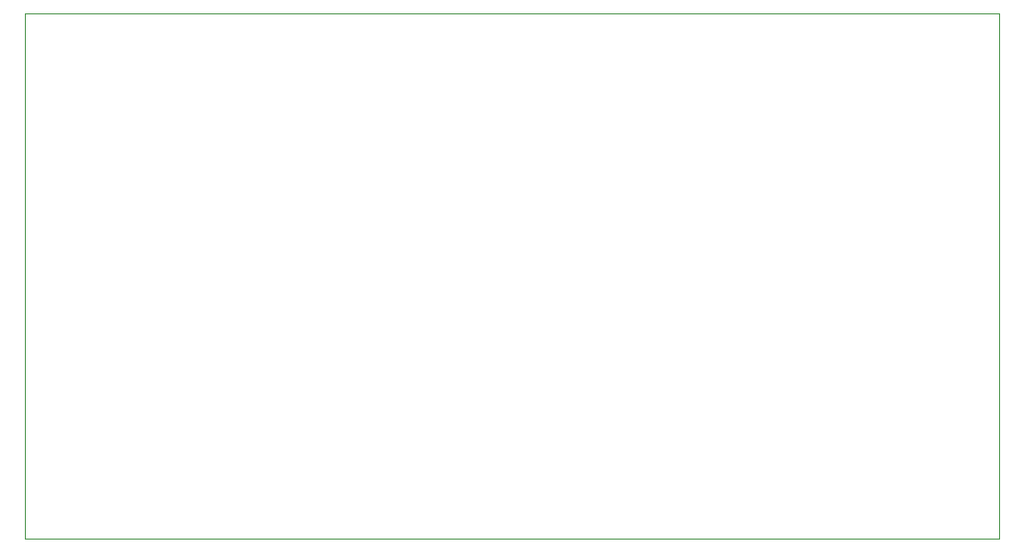
<source format=gbr>
%TF.GenerationSoftware,KiCad,Pcbnew,9.0.1*%
%TF.CreationDate,2025-11-16T17:19:12-08:00*%
%TF.ProjectId,GaN-LTC7800-Alternate,47614e2d-4c54-4433-9738-30302d416c74,rev?*%
%TF.SameCoordinates,Original*%
%TF.FileFunction,Profile,NP*%
%FSLAX46Y46*%
G04 Gerber Fmt 4.6, Leading zero omitted, Abs format (unit mm)*
G04 Created by KiCad (PCBNEW 9.0.1) date 2025-11-16 17:19:12*
%MOMM*%
%LPD*%
G01*
G04 APERTURE LIST*
%TA.AperFunction,Profile*%
%ADD10C,0.050000*%
%TD*%
G04 APERTURE END LIST*
D10*
X65500000Y-41250000D02*
X151750000Y-41250000D01*
X151750000Y-87750000D01*
X65500000Y-87750000D01*
X65500000Y-41250000D01*
M02*

</source>
